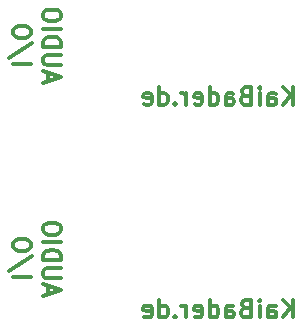
<source format=gbo>
G04 #@! TF.FileFunction,Legend,Bot*
%FSLAX46Y46*%
G04 Gerber Fmt 4.6, Leading zero omitted, Abs format (unit mm)*
G04 Created by KiCad (PCBNEW 0.201604121231+6687~43~ubuntu15.10.1-product) date Mi 13 Apr 2016 13:49:14 CEST*
%MOMM*%
G01*
G04 APERTURE LIST*
%ADD10C,0.100000*%
%ADD11C,0.300000*%
G04 APERTURE END LIST*
D10*
D11*
X140275000Y-113730714D02*
X140275000Y-113016428D01*
X139846428Y-113873571D02*
X141346428Y-113373571D01*
X139846428Y-112873571D01*
X141346428Y-112373571D02*
X140132142Y-112373571D01*
X139989285Y-112302142D01*
X139917857Y-112230714D01*
X139846428Y-112087857D01*
X139846428Y-111802142D01*
X139917857Y-111659285D01*
X139989285Y-111587857D01*
X140132142Y-111516428D01*
X141346428Y-111516428D01*
X139846428Y-110802142D02*
X141346428Y-110802142D01*
X141346428Y-110445000D01*
X141275000Y-110230714D01*
X141132142Y-110087857D01*
X140989285Y-110016428D01*
X140703571Y-109945000D01*
X140489285Y-109945000D01*
X140203571Y-110016428D01*
X140060714Y-110087857D01*
X139917857Y-110230714D01*
X139846428Y-110445000D01*
X139846428Y-110802142D01*
X139846428Y-109302142D02*
X141346428Y-109302142D01*
X141346428Y-108302142D02*
X141346428Y-108016428D01*
X141275000Y-107873571D01*
X141132142Y-107730714D01*
X140846428Y-107659285D01*
X140346428Y-107659285D01*
X140060714Y-107730714D01*
X139917857Y-107873571D01*
X139846428Y-108016428D01*
X139846428Y-108302142D01*
X139917857Y-108445000D01*
X140060714Y-108587857D01*
X140346428Y-108659285D01*
X140846428Y-108659285D01*
X141132142Y-108587857D01*
X141275000Y-108445000D01*
X141346428Y-108302142D01*
X137296428Y-112266428D02*
X138796428Y-112266428D01*
X138867857Y-110480714D02*
X136939285Y-111766428D01*
X138796428Y-109695000D02*
X138796428Y-109409285D01*
X138725000Y-109266428D01*
X138582142Y-109123571D01*
X138296428Y-109052142D01*
X137796428Y-109052142D01*
X137510714Y-109123571D01*
X137367857Y-109266428D01*
X137296428Y-109409285D01*
X137296428Y-109695000D01*
X137367857Y-109837857D01*
X137510714Y-109980714D01*
X137796428Y-110052142D01*
X138296428Y-110052142D01*
X138582142Y-109980714D01*
X138725000Y-109837857D01*
X138796428Y-109695000D01*
X140275000Y-95680714D02*
X140275000Y-94966428D01*
X139846428Y-95823571D02*
X141346428Y-95323571D01*
X139846428Y-94823571D01*
X141346428Y-94323571D02*
X140132142Y-94323571D01*
X139989285Y-94252142D01*
X139917857Y-94180714D01*
X139846428Y-94037857D01*
X139846428Y-93752142D01*
X139917857Y-93609285D01*
X139989285Y-93537857D01*
X140132142Y-93466428D01*
X141346428Y-93466428D01*
X139846428Y-92752142D02*
X141346428Y-92752142D01*
X141346428Y-92395000D01*
X141275000Y-92180714D01*
X141132142Y-92037857D01*
X140989285Y-91966428D01*
X140703571Y-91895000D01*
X140489285Y-91895000D01*
X140203571Y-91966428D01*
X140060714Y-92037857D01*
X139917857Y-92180714D01*
X139846428Y-92395000D01*
X139846428Y-92752142D01*
X139846428Y-91252142D02*
X141346428Y-91252142D01*
X141346428Y-90252142D02*
X141346428Y-89966428D01*
X141275000Y-89823571D01*
X141132142Y-89680714D01*
X140846428Y-89609285D01*
X140346428Y-89609285D01*
X140060714Y-89680714D01*
X139917857Y-89823571D01*
X139846428Y-89966428D01*
X139846428Y-90252142D01*
X139917857Y-90395000D01*
X140060714Y-90537857D01*
X140346428Y-90609285D01*
X140846428Y-90609285D01*
X141132142Y-90537857D01*
X141275000Y-90395000D01*
X141346428Y-90252142D01*
X137296428Y-94216428D02*
X138796428Y-94216428D01*
X138867857Y-92430714D02*
X136939285Y-93716428D01*
X138796428Y-91645000D02*
X138796428Y-91359285D01*
X138725000Y-91216428D01*
X138582142Y-91073571D01*
X138296428Y-91002142D01*
X137796428Y-91002142D01*
X137510714Y-91073571D01*
X137367857Y-91216428D01*
X137296428Y-91359285D01*
X137296428Y-91645000D01*
X137367857Y-91787857D01*
X137510714Y-91930714D01*
X137796428Y-92002142D01*
X138296428Y-92002142D01*
X138582142Y-91930714D01*
X138725000Y-91787857D01*
X138796428Y-91645000D01*
X161016428Y-115678571D02*
X161016428Y-114178571D01*
X160159285Y-115678571D02*
X160802142Y-114821428D01*
X160159285Y-114178571D02*
X161016428Y-115035714D01*
X158873571Y-115678571D02*
X158873571Y-114892857D01*
X158945000Y-114750000D01*
X159087857Y-114678571D01*
X159373571Y-114678571D01*
X159516428Y-114750000D01*
X158873571Y-115607142D02*
X159016428Y-115678571D01*
X159373571Y-115678571D01*
X159516428Y-115607142D01*
X159587857Y-115464285D01*
X159587857Y-115321428D01*
X159516428Y-115178571D01*
X159373571Y-115107142D01*
X159016428Y-115107142D01*
X158873571Y-115035714D01*
X158159285Y-115678571D02*
X158159285Y-114678571D01*
X158159285Y-114178571D02*
X158230714Y-114250000D01*
X158159285Y-114321428D01*
X158087857Y-114250000D01*
X158159285Y-114178571D01*
X158159285Y-114321428D01*
X156945000Y-114892857D02*
X156730714Y-114964285D01*
X156659285Y-115035714D01*
X156587857Y-115178571D01*
X156587857Y-115392857D01*
X156659285Y-115535714D01*
X156730714Y-115607142D01*
X156873571Y-115678571D01*
X157445000Y-115678571D01*
X157445000Y-114178571D01*
X156945000Y-114178571D01*
X156802142Y-114250000D01*
X156730714Y-114321428D01*
X156659285Y-114464285D01*
X156659285Y-114607142D01*
X156730714Y-114750000D01*
X156802142Y-114821428D01*
X156945000Y-114892857D01*
X157445000Y-114892857D01*
X155302142Y-115678571D02*
X155302142Y-114892857D01*
X155373571Y-114750000D01*
X155516428Y-114678571D01*
X155802142Y-114678571D01*
X155945000Y-114750000D01*
X155302142Y-115607142D02*
X155445000Y-115678571D01*
X155802142Y-115678571D01*
X155945000Y-115607142D01*
X156016428Y-115464285D01*
X156016428Y-115321428D01*
X155945000Y-115178571D01*
X155802142Y-115107142D01*
X155445000Y-115107142D01*
X155302142Y-115035714D01*
X153945000Y-115678571D02*
X153945000Y-114178571D01*
X153945000Y-115607142D02*
X154087857Y-115678571D01*
X154373571Y-115678571D01*
X154516428Y-115607142D01*
X154587857Y-115535714D01*
X154659285Y-115392857D01*
X154659285Y-114964285D01*
X154587857Y-114821428D01*
X154516428Y-114750000D01*
X154373571Y-114678571D01*
X154087857Y-114678571D01*
X153945000Y-114750000D01*
X152659285Y-115607142D02*
X152802142Y-115678571D01*
X153087857Y-115678571D01*
X153230714Y-115607142D01*
X153302142Y-115464285D01*
X153302142Y-114892857D01*
X153230714Y-114750000D01*
X153087857Y-114678571D01*
X152802142Y-114678571D01*
X152659285Y-114750000D01*
X152587857Y-114892857D01*
X152587857Y-115035714D01*
X153302142Y-115178571D01*
X151945000Y-115678571D02*
X151945000Y-114678571D01*
X151945000Y-114964285D02*
X151873571Y-114821428D01*
X151802142Y-114750000D01*
X151659285Y-114678571D01*
X151516428Y-114678571D01*
X151016428Y-115535714D02*
X150945000Y-115607142D01*
X151016428Y-115678571D01*
X151087857Y-115607142D01*
X151016428Y-115535714D01*
X151016428Y-115678571D01*
X149659285Y-115678571D02*
X149659285Y-114178571D01*
X149659285Y-115607142D02*
X149802142Y-115678571D01*
X150087857Y-115678571D01*
X150230714Y-115607142D01*
X150302142Y-115535714D01*
X150373571Y-115392857D01*
X150373571Y-114964285D01*
X150302142Y-114821428D01*
X150230714Y-114750000D01*
X150087857Y-114678571D01*
X149802142Y-114678571D01*
X149659285Y-114750000D01*
X148373571Y-115607142D02*
X148516428Y-115678571D01*
X148802142Y-115678571D01*
X148945000Y-115607142D01*
X149016428Y-115464285D01*
X149016428Y-114892857D01*
X148945000Y-114750000D01*
X148802142Y-114678571D01*
X148516428Y-114678571D01*
X148373571Y-114750000D01*
X148302142Y-114892857D01*
X148302142Y-115035714D01*
X149016428Y-115178571D01*
X161016428Y-97678571D02*
X161016428Y-96178571D01*
X160159285Y-97678571D02*
X160802142Y-96821428D01*
X160159285Y-96178571D02*
X161016428Y-97035714D01*
X158873571Y-97678571D02*
X158873571Y-96892857D01*
X158945000Y-96750000D01*
X159087857Y-96678571D01*
X159373571Y-96678571D01*
X159516428Y-96750000D01*
X158873571Y-97607142D02*
X159016428Y-97678571D01*
X159373571Y-97678571D01*
X159516428Y-97607142D01*
X159587857Y-97464285D01*
X159587857Y-97321428D01*
X159516428Y-97178571D01*
X159373571Y-97107142D01*
X159016428Y-97107142D01*
X158873571Y-97035714D01*
X158159285Y-97678571D02*
X158159285Y-96678571D01*
X158159285Y-96178571D02*
X158230714Y-96250000D01*
X158159285Y-96321428D01*
X158087857Y-96250000D01*
X158159285Y-96178571D01*
X158159285Y-96321428D01*
X156945000Y-96892857D02*
X156730714Y-96964285D01*
X156659285Y-97035714D01*
X156587857Y-97178571D01*
X156587857Y-97392857D01*
X156659285Y-97535714D01*
X156730714Y-97607142D01*
X156873571Y-97678571D01*
X157445000Y-97678571D01*
X157445000Y-96178571D01*
X156945000Y-96178571D01*
X156802142Y-96250000D01*
X156730714Y-96321428D01*
X156659285Y-96464285D01*
X156659285Y-96607142D01*
X156730714Y-96750000D01*
X156802142Y-96821428D01*
X156945000Y-96892857D01*
X157445000Y-96892857D01*
X155302142Y-97678571D02*
X155302142Y-96892857D01*
X155373571Y-96750000D01*
X155516428Y-96678571D01*
X155802142Y-96678571D01*
X155945000Y-96750000D01*
X155302142Y-97607142D02*
X155445000Y-97678571D01*
X155802142Y-97678571D01*
X155945000Y-97607142D01*
X156016428Y-97464285D01*
X156016428Y-97321428D01*
X155945000Y-97178571D01*
X155802142Y-97107142D01*
X155445000Y-97107142D01*
X155302142Y-97035714D01*
X153945000Y-97678571D02*
X153945000Y-96178571D01*
X153945000Y-97607142D02*
X154087857Y-97678571D01*
X154373571Y-97678571D01*
X154516428Y-97607142D01*
X154587857Y-97535714D01*
X154659285Y-97392857D01*
X154659285Y-96964285D01*
X154587857Y-96821428D01*
X154516428Y-96750000D01*
X154373571Y-96678571D01*
X154087857Y-96678571D01*
X153945000Y-96750000D01*
X152659285Y-97607142D02*
X152802142Y-97678571D01*
X153087857Y-97678571D01*
X153230714Y-97607142D01*
X153302142Y-97464285D01*
X153302142Y-96892857D01*
X153230714Y-96750000D01*
X153087857Y-96678571D01*
X152802142Y-96678571D01*
X152659285Y-96750000D01*
X152587857Y-96892857D01*
X152587857Y-97035714D01*
X153302142Y-97178571D01*
X151945000Y-97678571D02*
X151945000Y-96678571D01*
X151945000Y-96964285D02*
X151873571Y-96821428D01*
X151802142Y-96750000D01*
X151659285Y-96678571D01*
X151516428Y-96678571D01*
X151016428Y-97535714D02*
X150945000Y-97607142D01*
X151016428Y-97678571D01*
X151087857Y-97607142D01*
X151016428Y-97535714D01*
X151016428Y-97678571D01*
X149659285Y-97678571D02*
X149659285Y-96178571D01*
X149659285Y-97607142D02*
X149802142Y-97678571D01*
X150087857Y-97678571D01*
X150230714Y-97607142D01*
X150302142Y-97535714D01*
X150373571Y-97392857D01*
X150373571Y-96964285D01*
X150302142Y-96821428D01*
X150230714Y-96750000D01*
X150087857Y-96678571D01*
X149802142Y-96678571D01*
X149659285Y-96750000D01*
X148373571Y-97607142D02*
X148516428Y-97678571D01*
X148802142Y-97678571D01*
X148945000Y-97607142D01*
X149016428Y-97464285D01*
X149016428Y-96892857D01*
X148945000Y-96750000D01*
X148802142Y-96678571D01*
X148516428Y-96678571D01*
X148373571Y-96750000D01*
X148302142Y-96892857D01*
X148302142Y-97035714D01*
X149016428Y-97178571D01*
M02*

</source>
